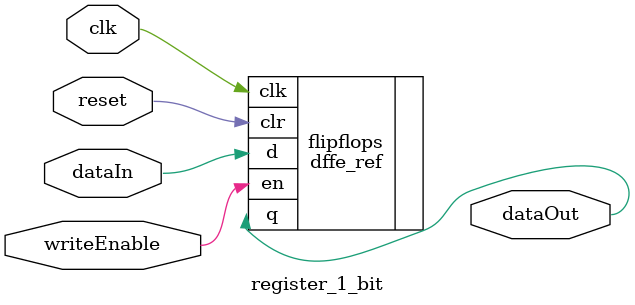
<source format=v>

module register_1_bit(dataIn, clk, writeEnable, reset, dataOut);

    input dataIn;
    input clk, writeEnable, reset;
    output dataOut;

    dffe_ref flipflops(.d(dataIn), .clk(clk), .en(writeEnable), .clr(reset), .q(dataOut));

endmodule

</source>
